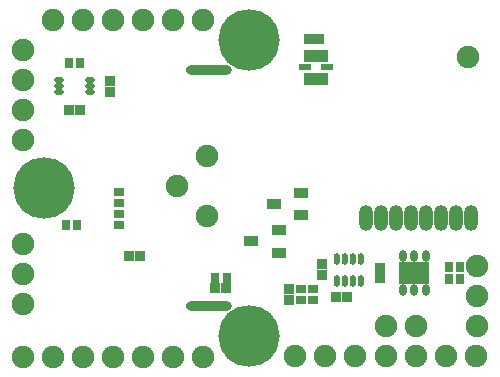
<source format=gts>
%FSTAX25Y25*%
%MOIN*%
%SFA1B1*%

%IPPOS*%
%ADD50R,0.032410X0.032410*%
%ADD51R,0.030840X0.032410*%
%ADD52R,0.032410X0.030840*%
%ADD53R,0.032410X0.032410*%
%ADD54O,0.047370X0.086740*%
%ADD55O,0.021780X0.039500*%
%ADD56R,0.049340X0.033590*%
%ADD57O,0.031620X0.019810*%
%ADD58R,0.039500X0.019810*%
%ADD59R,0.019810X0.039500*%
%ADD60R,0.102490X0.072960*%
%ADD61O,0.023750X0.039500*%
%ADD62C,0.074930*%
%ADD63O,0.074930X0.074930*%
%ADD64C,0.204850*%
%ADD65O,0.153670X0.031620*%
%LNtop_board1-1*%
%LPD*%
G54D50*
X0173425Y0127953D03*
X0169882D03*
X0144685Y0138681D03*
X0141142D03*
X0200984Y021122D03*
X0204527D03*
X0213583Y0125197D03*
X0210039D03*
X0121063Y0187402D03*
X0124606D03*
G54D51*
X0124685Y020315D03*
X0120984D03*
X0120098Y0149213D03*
X0123799D03*
X0251555Y0131102D03*
X0247854D03*
X0251457Y0134941D03*
X0247756D03*
X0169902Y0131496D03*
X0173602D03*
G54D52*
X0137697Y0149134D03*
Y0152835D03*
Y0160118D03*
Y0156417D03*
X0198425Y0127835D03*
Y0124134D03*
X0202362Y0127835D03*
Y0124134D03*
G54D53*
X0205512Y0136024D03*
Y013248D03*
X0134646Y0193504D03*
Y0197047D03*
X0194488Y0127756D03*
Y0124213D03*
X0224803Y0131299D03*
Y0134843D03*
G54D54*
X0255177Y0151575D03*
X0250177D03*
X0245177D03*
X0240177D03*
X0235177D03*
X0230177D03*
X0225177D03*
X0220177D03*
G54D55*
X0210571Y0137697D03*
X021313D03*
X0215689D03*
X0218248D03*
Y0130512D03*
X0215689D03*
X021313D03*
X0210571D03*
G54D56*
X018189Y0143602D03*
X0190945Y0147343D03*
Y0139862D03*
X0189469Y0156102D03*
X0198524Y0159843D03*
Y0152362D03*
G54D57*
X0117717Y0193307D03*
Y0195276D03*
Y0197244D03*
X0127953D03*
Y0195276D03*
Y0193307D03*
G54D58*
X0207086Y0201772D03*
X0199606D03*
G54D59*
X0200394Y0205315D03*
X0202362D03*
X020433D03*
X0206299D03*
Y0197835D03*
X020433D03*
X0202362D03*
X0200394D03*
G54D60*
X0236221Y0133071D03*
G54D61*
X0239961Y0127264D03*
X0236221D03*
X023248D03*
Y0138878D03*
X0236221D03*
X0239961D03*
G54D62*
X0253937Y0205118D03*
X0165886Y0217559D03*
X0155886D03*
X0145886D03*
X0135886D03*
X0125886D03*
X0115886D03*
X0105866Y0177539D03*
X0226654Y0115354D03*
Y0105394D03*
X0167205Y0172205D03*
Y0152205D03*
X0157205Y0162205D03*
X0105866Y0207539D03*
Y0197539D03*
Y0187539D03*
X0105787Y0142874D03*
Y0132874D03*
Y0122874D03*
X0256968Y0115394D03*
Y0125394D03*
Y0135394D03*
X0105787Y0105157D03*
X0115787D03*
X0125787D03*
X0135787D03*
X0145787D03*
X0155787D03*
X0165787D03*
X0196555Y0105394D03*
X0206555D03*
X0216555D03*
X0236693D03*
X0246693D03*
X0256693D03*
G54D63*
X0236614Y0115394D03*
G54D64*
X0181102Y021063D03*
X0112598Y0161417D03*
X0181102Y0112205D03*
G54D65*
X0167717Y0122047D03*
Y0200787D03*
M02*
</source>
